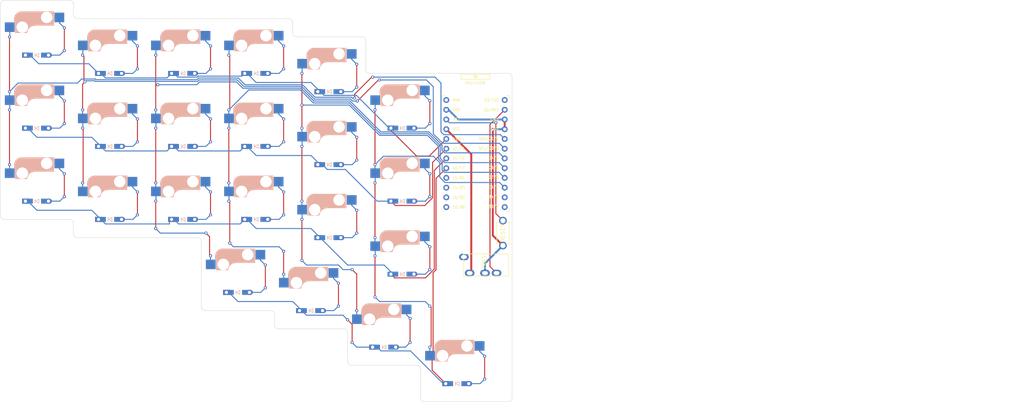
<source format=kicad_pcb>
(kicad_pcb (version 20221018) (generator pcbnew)
  (layers (0 "F.Cu" signal) (31 "B.Cu" signal) (34 "B.Paste" user) (35 "F.Paste" user) (36 "B.SilkS" user "B.Silkscreen") (37 "F.SilkS" user "F.Silkscreen") (38 "B.Mask" user) (39 "F.Mask" user) (44 "Edge.Cuts" user))
  (net 0 "")
  (net 1 "ROW1")
  (net 2 "Net-(D1-A)")
  (net 3 "Net-(D2-A)")
  (net 4 "Net-(D3-A)")
  (net 5 "Net-(D4-A)")
  (net 6 "Net-(D5-A)")
  (net 7 "Net-(D6-A)")
  (net 8 "ROW2")
  (net 9 "Net-(D7-A)")
  (net 10 "Net-(D8-A)")
  (net 11 "Net-(D9-A)")
  (net 12 "Net-(D10-A)")
  (net 13 "Net-(D11-A)")
  (net 14 "Net-(D12-A)")
  (net 15 "ROW3")
  (net 16 "Net-(D13-A)")
  (net 17 "Net-(D14-A)")
  (net 18 "Net-(D15-A)")
  (net 19 "Net-(D16-A)")
  (net 20 "Net-(D17-A)")
  (net 21 "Net-(D18-A)")
  (net 22 "ROW4")
  (net 23 "Net-(D19-A)")
  (net 24 "Net-(D20-A)")
  (net 25 "Net-(D21-A)")
  (net 26 "Net-(D22-A)")
  (net 27 "DATA")
  (net 28 "GND")
  (net 29 "VCC")
  (net 31 "RESET")
  (net 32 "COL1")
  (net 33 "COL2")
  (net 34 "COL3")
  (net 35 "COL4")
  (net 36 "COL5")
  (net 37 "COL6")
  (footprint "kbd:CherryMX_Hotswap" (layer "F.Cu") (at 123.825 50.00625)
    (fp_text reference "SW6" hide)
    (fp_text value "SW_PUSH" hide)
  )
  (footprint "kbd:CherryMX_Hotswap" (layer "F.Cu") (at 47.625 54.76875)
    (fp_text reference "SW8" hide)
    (fp_text value "SW_PUSH" hide)
  )
  (footprint "kbd:CherryMX_Hotswap" (layer "F.Cu") (at 123.825 88.10625)
    (fp_text reference "SW18" hide)
    (fp_text value "SW_PUSH" hide)
  )
  (footprint "kbd:CherryMX_Hotswap" (layer "F.Cu") (at 119.0625 107.15625)
    (fp_text reference "SW21" hide)
    (fp_text value "SW_PUSH" hide)
  )
  (footprint "kbd:ProMicro_v3" (layer "F.Cu") (at 142.875 61.9125)
    (fp_text reference "U1" hide)
    (fp_text value "ProMicro" hide)
  )
  (footprint "kbd:CherryMX_Hotswap" (layer "F.Cu") (at 138.1125 116.68125)
    (fp_text reference "SW22" hide)
    (fp_text value "SW_PUSH" hide)
  )
  (footprint "kbd:CherryMX_Hotswap" (layer "F.Cu") (at 104.775 78.58125)
    (fp_text reference "SW17" hide)
    (fp_text value "SW_PUSH" hide)
  )
  (footprint "kbd:CherryMX_Hotswap" (layer "F.Cu") (at 80.9625 92.86875)
    (fp_text reference "SW19" hide)
    (fp_text value "SW_PUSH" hide)
  )
  (footprint "kbd:spacer_m2" (layer "F.Cu") (at 38.1 40.48125)
    (fp_text reference "Ref**" hide)
    (fp_text value "Val**" hide)
  )
  (footprint "kbd:spacer_m2" (layer "F.Cu") (at 76.2 83.34375)
    (fp_text reference "Ref**" hide)
    (fp_text value "Val**" hide)
  )
  (footprint "kbd:CherryMX_Hotswap" (layer "F.Cu") (at 28.575 30.95625)
    (fp_text reference "SW1" hide)
    (fp_text value "SW_PUSH" hide)
  )
  (footprint "kbd:spacer_m2" (layer "F.Cu") (at 38.1 64.29375)
    (fp_text reference "Ref**" hide)
    (fp_text value "Val**" hide)
  )
  (footprint "kbd:CherryMX_Hotswap" (layer "F.Cu") (at 66.675 35.71875)
    (fp_text reference "SW3" hide)
    (fp_text value "SW_PUSH" hide)
  )
  (footprint "kbd:CherryMX_Hotswap" (layer "F.Cu") (at 47.625 73.81875)
    (fp_text reference "SW14" hide)
    (fp_text value "SW_PUSH" hide)
  )
  (footprint "kbd:CherryMX_Hotswap" (layer "F.Cu") (at 85.725 54.76875)
    (fp_text reference "SW10" hide)
    (fp_text value "SW_PUSH" hide)
  )
  (footprint "kbd:ResetSW_1side" (layer "F.Cu") (at 150.01875 82.153125 90)
    (fp_text reference "RESW1" hide)
    (fp_text value "SW_RESET")
  )
  (footprint "kbd:CherryMX_Hotswap" (layer "F.Cu") (at 85.725 73.81875)
    (fp_text reference "SW16" hide)
    (fp_text value "SW_PUSH" hide)
  )
  (footprint "kbd:CherryMX_Hotswap" (layer "F.Cu") (at 104.775 40.48125)
    (fp_text reference "SW5" hide)
    (fp_text value "SW_PUSH" hide)
  )
  (footprint "kbd:CherryMX_Hotswap" (layer "F.Cu") (at 100.0125 97.63125)
    (fp_text reference "SW20" hide)
    (fp_text value "SW_PUSH" hide)
  )
  (footprint "kbd:CherryMX_Hotswap" (layer "F.Cu") (at 104.775 59.53125)
    (fp_text reference "SW11" hide)
    (fp_text value "SW_PUSH" hide)
  )
  (footprint "kbd:MJ-4PP-9_1side" (layer "F.Cu") (at 151.65625 90.4875 -90)
    (fp_text reference "J1")
    (fp_text value "MJ-4PP-9" hide)
  )
  (footprint "kbd:spacer_m2" (layer "F.Cu") (at 128.5875 59.53125)
    (fp_text reference "Ref**" hide)
    (fp_text value "Val**" hide)
  )
  (footprint "kbd:CherryMX_Hotswap" (layer "F.Cu") (at 66.675 54.76875)
    (fp_text reference "SW9" hide)
    (fp_text value "SW_PUSH" hide)
  )
  (footprint "kbd:CherryMX_Hotswap" (layer "F.Cu") (at 123.825 69.05625)
    (fp_text reference "SW12" hide)
    (fp_text value "SW_PUSH" hide)
  )
  (footprint "kbd:spacer_m2" (layer "F.Cu") (at 128.5875 107.15625)
    (fp_text reference "Ref**" hide)
    (fp_text value "Val**" hide)
  )
  (footprint "kbd:CherryMX_Hotswap" (layer "F.Cu") (at 85.725 35.71875)
    (fp_text reference "SW4" hide)
    (fp_text value "SW_PUSH" hide)
  )
  (footprint "kbd:CherryMX_Hotswap" (layer "F.Cu") (at 28.575 69.05625)
    (fp_text reference "SW13" hide)
    (fp_text value "SW_PUSH" hide)
  )
  (footprint "kbd:spacer_m2" (layer "F.Cu") (at 76.2 45.24375)
    (fp_text reference "Ref**" hide)
    (fp_text value "Val**" hide)
  )
  (footprint "kbd:CherryMX_Hotswap" (layer "F.Cu") (at 66.675 73.81875)
    (fp_text reference "SW15" hide)
    (fp_text value "SW_PUSH" hide)
  )
  (footprint "kbd:CherryMX_Hotswap" (layer "F.Cu") (at 28.575 50.00625)
    (fp_text reference "SW7" hide)
    (fp_text value "SW_PUSH" hide)
  )
  (footprint "kbd:CherryMX_Hotswap" (layer "F.Cu") (at 47.625 35.71875)
    (fp_text reference "SW2" hide)
    (fp_text value "SW_PUSH" hide)
  )
  (footprint "kbd:D3_TH_SMD_v2" (layer "B.Cu") (at 28.575 54.76875)
    (fp_text reference "D7" hide)
    (fp_text value "1N4148W" hide)
  )
  (footprint "kbd:D3_TH_SMD_v2" (layer "B.Cu") (at 66.675 59.53125)
    (fp_text reference "D9" hide)
    (fp_text value "1N4148W" hide)
  )
  (footprint "kbd:D3_TH_SMD_v2" (layer "B.Cu") (at 85.725 40.48125)
    (fp_text reference "D4" hide)
    (fp_text value "1N4148W" hide)
  )
  (footprint "kbd:D3_TH_SMD_v2" (layer "B.Cu") (at 123.825 92.86875)
    (fp_text reference "D18" hide)
    (fp_text value "1N4148W" hide)
  )
  (footprint "kbd:D3_TH_SMD_v2" (layer "B.Cu") (at 66.675 40.48125)
    (fp_text reference "D3" hide)
    (fp_text value "1N4148W" hide)
  )
  (footprint "kbd:D3_TH_SMD_v2" (layer "B.Cu") (at 66.675 78.58125)
    (fp_text reference "D15" hide)
    (fp_text value "1N4148W" hide)
  )
  (footprint "kbd:D3_TH_SMD_v2" (layer "B.Cu") (at 85.725 78.58125)
    (fp_text reference "D16" hide)
    (fp_text value "1N4148W" hide)
  )
  (footprint "kbd:D3_TH_SMD_v2" (layer "B.Cu") (at 80.9625 97.63125)
    (fp_text reference "D19" hide)
    (fp_text value "1N4148W" hide)
  )
  (footprint "kbd:D3_TH_SMD_v2" (layer "B.Cu") (at 47.625 78.58125)
    (fp_text reference "D14" hide)
    (fp_text value "1N4148W" hide)
  )
  (footprint "kbd:D3_TH_SMD_v2" (layer "B.Cu") (at 123.825 73.81875)
    (fp_text reference "D12" hide)
    (fp_text value "1N4148W" hide)
  )
  (footprint "kbd:D3_TH_SMD_v2" (layer "B.Cu") (at 104.775 83.34375)
    (fp_text reference "D17" hide)
    (fp_text value "1N4148W" hide)
  )
  (footprint "kbd:D3_TH_SMD_v2" (layer "B.Cu") (at 28.575 73.81875)
    (fp_text reference "D13" hide)
    (fp_text value "1N4148W" hide)
  )
  (footprint "kbd:D3_TH_SMD_v2" (layer "B.Cu") (at 123.825 54.76875)
    (fp_text reference "D6" hide)
    (fp_text value "1N4148W" hide)
  )
  (footprint "kbd:D3_TH_SMD_v2" (layer "B.Cu") (at 47.625 40.48125)
    (fp_text reference "D2" hide)
    (fp_text value "1N4148W" hide)
  )
  (footprint "kbd:D3_TH_SMD_v2" (layer "B.Cu") (at 100.0125 102.39375)
    (fp_text reference "D20" hide)
    (fp_text value "1N4148W" hide)
  )
  (footprint "kbd:D3_TH_SMD_v2" (layer "B.Cu") (at 85.725 59.53125)
    (fp_text reference "D10" hide)
    (fp_text value "1N4148W" hide)
  )
  (footprint "kbd:D3_TH_SMD_v2" (layer "B.Cu") (at 104.775 64.29375)
    (fp_text reference "D11" hide)
    (fp_text value "1N4148W" hide)
  )
  (footprint "kbd:D3_TH_SMD_v2" (layer "B.Cu") (at 104.775 45.24375)
    (fp_text reference "D5" hide)
    (fp_text value "1N4148W" hide)
  )
  (footprint "kbd:D3_TH_SMD_v2" (layer "B.Cu") (at 47.625 59.53125)
    (fp_text reference "D8" hide)
    (fp_text value "1N4148W" hide)
  )
  (footprint "kbd:D3_TH_SMD_v2" (layer "B.Cu") (at 119.0625 111.91875)
    (fp_text reference "D21" hide)
    (fp_text value "1N4148W" hide)
  )
  (footprint "kbd:D3_TH_SMD_v2" (layer "B.Cu") (at 28.575 35.71875)
    (fp_text reference "D1" hide)
    (fp_text value "1N4148W" hide)
  )
  (footprint "kbd:D3_TH_SMD_v2" (layer "B.Cu") (at 138.1125 121.44375)
    (fp_text reference "D22" hide)
    (fp_text value "1N4148W" hide)
  )
  (gr_arc (start 20.05 78.58125) (mid 19.342893 78.288357) (end 19.05 77.58125) (stroke (width 0.1)) (layer "Edge.Cuts"))
  (gr_line (start 38.1 79.58125) (end 38.1 82.34375) (stroke (width 0.1)) (layer "Edge.Cuts"))
  (gr_arc (start 110.5375 116.68125) (mid 109.830393 116.388357) (end 109.5375 115.68125) (stroke (width 0.1)) (layer "Edge.Cuts"))
  (gr_line (start 114.3 31.95625) (end 114.3 39.48125) (stroke (width 0.1)) (layer "Edge.Cuts"))
  (gr_line (start 91.4875 107.15625) (end 108.5375 107.15625) (stroke (width 0.1)) (layer "Edge.Cuts"))
  (gr_arc (start 72.4375 102.39375) (mid 71.730411 102.100854) (end 71.4375 101.39375) (stroke (width 0.1)) (layer "Edge.Cuts"))
  (gr_line (start 90.4875 103.39375) (end 90.4875 106.15625) (stroke (width 0.1)) (layer "Edge.Cuts"))
  (gr_line (start 20.05 78.58125) (end 37.1 78.58125) (stroke (width 0.1)) (layer "Edge.Cuts"))
  (gr_line (start 39.1 26.19375) (end 94.25 26.19375) (stroke (width 0.1)) (layer "Edge.Cuts"))
  (gr_line (start 37.1 21.43125) (end 20.05 21.43125) (stroke (width 0.1)) (layer "Edge.Cuts"))
  (gr_arc (start 108.5375 107.15625) (mid 109.244607 107.449143) (end 109.5375 108.15625) (stroke (width 0.1)) (layer "Edge.Cuts"))
  (gr_line (start 109.5375 108.15625) (end 109.5375 115.68125) (stroke (width 0.1)) (layer "Edge.Cuts"))
  (gr_line (start 38.1 22.43125) (end 38.1 25.19375) (stroke (width 0.1)) (layer "Edge.Cuts"))
  (gr_arc (start 37.1 21.43125) (mid 37.807089 21.724146) (end 38.1 22.43125) (stroke (width 0.1)) (layer "Edge.Cuts"))
  (gr_line (start 95.25 27.19375) (end 95.25 29.95625) (stroke (width 0.1)) (layer "Edge.Cuts"))
  (gr_arc (start 152.4 125.20625) (mid 152.107124 125.913389) (end 151.4 126.20625) (stroke (width 0.1)) (layer "Edge.Cuts"))
  (gr_line (start 39.1 83.34375) (end 70.4375 83.34375) (stroke (width 0.1)) (layer "Edge.Cuts"))
  (gr_line (start 128.5875 117.68125) (end 128.5875 125.20625) (stroke (width 0.1)) (layer "Edge.Cuts"))
  (gr_arc (start 91.4875 107.15625) (mid 90.780393 106.863357) (end 90.4875 106.15625) (stroke (width 0.1)) (layer "Edge.Cuts"))
  (gr_line (start 96.25 30.95625) (end 113.3 30.95625) (stroke (width 0.1)) (layer "Edge.Cuts"))
  (gr_arc (start 127.5875 116.68125) (mid 128.294607 116.974143) (end 128.5875 117.68125) (stroke (width 0.1)) (layer "Edge.Cuts"))
  (gr_line (start 72.4375 102.39375) (end 89.4875 102.39375) (stroke (width 0.1)) (layer "Edge.Cuts"))
  (gr_arc (start 39.1 83.34375) (mid 38.392893 83.050857) (end 38.1 82.34375) (stroke (width 0.1)) (layer "Edge.Cuts"))
  (gr_arc (start 129.5875 126.20625) (mid 128.880393 125.913357) (end 128.5875 125.20625) (stroke (width 0.1)) (layer "Edge.Cuts"))
  (gr_arc (start 89.4875 102.39375) (mid 90.194607 102.686643) (end 90.4875 103.39375) (stroke (width 0.1)) (layer "Edge.Cuts"))
  (gr_line (start 115.3 40.48125) (end 151.4 40.48125) (stroke (width 0.1)) (layer "Edge.Cuts"))
  (gr_arc (start 96.25 30.95625) (mid 95.542893 30.663357) (end 95.25 29.95625) (stroke (width 0.1)) (layer "Edge.Cuts"))
  (gr_line (start 110.5375 116.68125) (end 127.5875 116.68125) (stroke (width 0.1)) (layer "Edge.Cuts"))
  (gr_arc (start 151.4 40.48125) (mid 152.107107 40.774143) (end 152.4 41.48125) (stroke (width 0.1)) (layer "Edge.Cuts"))
  (gr_arc (start 39.1 26.19375) (mid 38.392893 25.900857) (end 38.1 25.19375) (stroke (width 0.1)) (layer "Edge.Cuts"))
  (gr_line (start 71.4375 84.34375) (end 71.4375 101.39375) (stroke (width 0.1)) (layer "Edge.Cuts"))
  (gr_arc (start 19.05 22.43125) (mid 19.342876 21.724111) (end 20.05 21.43125) (stroke (width 0.1)) (layer "Edge.Cuts"))
  (gr_arc (start 115.3 40.48125) (mid 114.592911 40.188354) (end 114.3 39.48125) (stroke (width 0.1)) (layer "Edge.Cuts"))
  (gr_line (start 129.5875 126.20625) (end 151.4 126.20625) (stroke (width 0.1)) (layer "Edge.Cuts"))
  (gr_line (start 19.05 22.43125) (end 19.05 77.58125) (stroke (width 0.1)) (layer "Edge.Cuts"))
  (gr_arc (start 70.4375 83.34375) (mid 71.144607 83.636643) (end 71.4375 84.34375) (stroke (width 0.1)) (layer "Edge.Cuts"))
  (gr_arc (start 37.1 78.58125) (mid 37.807089 78.874146) (end 38.1 79.58125) (stroke (width 0.1)) (layer "Edge.Cuts"))
  (gr_arc (start 113.3 30.95625) (mid 114.007089 31.249146) (end 114.3 31.95625) (stroke (width 0.1)) (layer "Edge.Cuts"))
  (gr_arc (start 94.25 26.19375) (mid 94.957107 26.486643) (end 95.25 27.19375) (stroke (width 0.1)) (layer "Edge.Cuts"))
  (gr_line (start 152.4 125.20625) (end 152.4 41.48125) (stroke (width 0.1)) (layer "Edge.Cuts"))
  (segment (start 135.2664 57.5945) (end 130.80465 62.05625) (width 0.25) (layer "F.Cu") (net 1))
  (segment (start 127.541611 62.05625) (end 120.825 55.339639) (width 0.25) (layer "F.Cu") (net 1))
  (segment (start 120.825 55.339639) (end 120.825 54.76875) (width 0.25) (layer "F.Cu") (net 1))
  (segment (start 130.80465 62.05625) (end 127.541611 62.05625) (width 0.25) (layer "F.Cu") (net 1))
  (segment (start 82 41.20625) (end 82.725 40.48125) (width 0.25) (layer "B.Cu") (net 1))
  (segment (start 64.9 40.48125) (end 64.9 41.0875) (width 0.25) (layer "B.Cu") (net 1))
  (segment (start 103 45.85) (end 103.36875 46.21875) (width 0.25) (layer "B.Cu") (net 1))
  (segment (start 103 45.24375) (end 103 45.85) (width 0.25) (layer "B.Cu") (net 1))
  (segment (start 65.26875 41.45625) (end 70.317858 41.45625) (width 0.25) (layer "B.Cu") (net 1))
  (segment (start 100.0125 42.8625) (end 101.775 44.625) (width 0.25) (layer "B.Cu") (net 1))
  (segment (start 42.1 37.95625) (end 44.625 40.48125) (width 0.25) (layer "B.Cu") (net 1))
  (segment (start 101.775 44.625) (end 101.775 45.24375) (width 0.25) (layer "B.Cu") (net 1))
  (segment (start 108.430358 46.20625) (end 111.825 46.20625) (width 0.25) (layer "B.Cu") (net 1))
  (segment (start 70.567858 41.20625) (end 82 41.20625) (width 0.25) (layer "B.Cu") (net 1))
  (segment (start 45.85 40.48125) (end 45.85 41.0875) (width 0.25) (layer "B.Cu") (net 1))
  (segment (start 62.484375 41.671875) (end 63.675 40.48125) (width 0.25) (layer "B.Cu") (net 1))
  (segment (start 108.417858 46.21875) (end 108.430358 46.20625) (width 0.25) (layer "B.Cu") (net 1))
  (segment (start 45.85 41.0875) (end 46.434375 41.671875) (width 0.25) (layer "B.Cu") (net 1))
  (segment (start 83.95 41.0875) (end 85.725 42.8625) (width 0.25) (layer "B.Cu") (net 1))
  (segment (start 64.9 41.0875) (end 65.26875 41.45625) (width 0.25) (layer "B.Cu") (net 1))
  (segment (start 26.8 35.71875) (end 29.0375 37.95625) (width 0.25) (layer "B.Cu") (net 1))
  (segment (start 46.434375 41.671875) (end 62.484375 41.671875) (width 0.25) (layer "B.Cu") (net 1))
  (segment (start 70.317858 41.45625) (end 70.567858 41.20625) (width 0.25) (layer "B.Cu") (net 1))
  (segment (start 103.36875 46.21875) (end 108.417858 46.21875) (width 0.25) (layer "B.Cu") (net 1))
  (segment (start 83.95 40.48125) (end 83.95 41.0875) (width 0.25) (layer "B.Cu") (net 1))
  (segment (start 111.825 46.20625) (end 120.3875 54.76875) (width 0.25) (layer "B.Cu") (net 1))
  (segment (start 120.3875 54.76875) (end 120.825 54.76875) (width 0.25) (layer "B.Cu") (net 1))
  (segment (start 29.0375 37.95625) (end 42.1 37.95625) (width 0.25) (layer "B.Cu") (net 1))
  (segment (start 85.725 42.8625) (end 100.0125 42.8625) (width 0.25) (layer "B.Cu") (net 1))
  (segment (start 35.71875 28.575) (end 35.71875 34.528125) (width 0.25) (layer "F.Cu") (net 2))
  (via (at 35.71875 28.575) (size 0.8) (drill 0.4) (layers "F.Cu" "B.Cu") (net 2))
  (via (at 35.71875 34.528125) (size 0.8) (drill 0.4) (layers "F.Cu" "B.Cu") (net 2))
  (segment (start 34.528125 27.384375) (end 35.71875 28.575) (width 0.25) (layer "B.Cu") (net 2))
  (segment (start 34.417 25.87625) (end 34.417 27.27325) (width 0.25) (layer "B.Cu") (net 2))
  (segment (start 35.71875 34.528125) (end 34.528125 35.71875) (width 0.25) (layer "B.Cu") (net 2))
  (segment (start 34.417 27.27325) (end 34.528125 27.384375) (width 0.25) (layer "B.Cu") (net 2))
  (segment (start 34.528125 35.71875) (end 31.575 35.71875) (width 0.25) (layer "B.Cu") (net 2))
  (segment (start 54.76875 33.3375) (end 54.76875 39.290625) (width 0.25) (layer "F.Cu") (net 3))
  (via (at 54.76875 39.290625) (size 0.8) (drill 0.4) (layers "F.Cu" "B.Cu") (net 3))
  (via (at 54.76875 33.3375) (size 0.8) (drill 0.4) (layers "F.Cu" "B.Cu") (net 3))
  (segment (start 53.578125 40.48125) (end 50.625 40.48125) (width 0.25) (layer "B.Cu") (net 3))
  (segment (start 53.578125 32.146875) (end 54.76875 33.3375) (width 0.25) (layer "B.Cu") (net 3))
  (segment (start 53.467 32.03575) (end 53.578125 32.146875) (width 0.25) (layer "B.Cu") (net 3))
  (segment (start 53.467 30.63875) (end 53.467 32.03575) (width 0.25) (layer "B.Cu") (net 3))
  (segment (start 54.76875 39.290625) (end 53.578125 40.48125) (width 0.25) (layer "B.Cu") (net 3))
  (segment (start 73.81875 33.3375) (end 73.81875 39.290625) (width 0.25) (layer "F.Cu") (net 4))
  (via (at 73.81875 33.3375) (size 0.8) (drill 0.4) (layers "F.Cu" "B.Cu") (net 4))
  (via (at 73.81875 39.290625) (size 0.8) (drill 0.4) (layers "F.Cu" "B.Cu") (net 4))
  (segment (start 72.628125 40.48125) (end 69.675 40.48125) (width 0.25) (layer "B.Cu") (net 4))
  (segment (start 72.517 30.63875) (end 72.517 32.03575) (width 0.25) (layer "B.Cu") (net 4))
  (segment (start 73.81875 39.290625) (end 72.628125 40.48125) (width 0.25) (layer "B.Cu") (net 4))
  (segment (start 72.517 32.03575) (end 72.628125 32.146875) (width 0.25) (layer "B.Cu") (net 4))
  (segment (start 72.628125 32.146875) (end 73.81875 33.3375) (width 0.25) (layer "B.Cu") (net 4))
  (segment (start 92.86875 33.3375) (end 92.86875 39.290625) (width 0.25) (layer "F.Cu") (net 5))
  (via (at 92.86875 39.290625) (size 0.8) (drill 0.4) (layers "F.Cu" "B.Cu") (net 5))
  (via (at 92.86875 33.3375) (size 0.8) (drill 0.4) (layers "F.Cu" "B.Cu") (net 5))
  (segment (start 92.86875 39.290625) (end 91.678125 40.48125) (width 0.25) (layer "B.Cu") (net 5))
  (segment (start 91.678125 32.146875) (end 92.86875 33.3375) (width 0.25) (layer "B.Cu") (net 5))
  (segment (start 91.678125 40.48125) (end 88.725 40.48125) (width 0.25) (layer "B.Cu") (net 5))
  (segment (start 91.567 32.03575) (end 91.678125 32.146875) (width 0.25) (layer "B.Cu") (net 5))
  (segment (start 91.567 30.63875) (end 91.567 32.03575) (width 0.25) (layer "B.Cu") (net 5))
  (segment (start 111.91875 38.1) (end 111.91875 44.053125) (width 0.25) (layer "F.Cu") (net 6))
  (via (at 111.91875 38.1) (size 0.8) (drill 0.4) (layers "F.Cu" "B.Cu") (net 6))
  (via (at 111.91875 44.053125) (size 0.8) (drill 0.4) (layers "F.Cu" "B.Cu") (net 6))
  (segment (start 110.728125 36.909375) (end 111.91875 38.1) (width 0.25) (layer "B.Cu") (net 6))
  (segment (start 110.728125 45.24375) (end 107.775 45.24375) (width 0.25) (layer "B.Cu") (net 6))
  (segment (start 110.617 36.79825) (end 110.728125 36.909375) (width 0.25) (layer "B.Cu") (net 6))
  (segment (start 111.91875 44.053125) (end 110.728125 45.24375) (width 0.25) (layer "B.Cu") (net 6))
  (segment (start 110.617 35.40125) (end 110.617 36.79825) (width 0.25) (layer "B.Cu") (net 6))
  (segment (start 130.96875 47.625) (end 130.96875 53.578125) (width 0.25) (layer "F.Cu") (net 7))
  (via (at 130.96875 47.625) (size 0.8) (drill 0.4) (layers "F.Cu" "B.Cu") (net 7))
  (via (at 130.96875 53.578125) (size 0.8) (drill 0.4) (layers "F.Cu" "B.Cu") (net 7))
  (segment (start 130.96875 53.578125) (end 129.778125 54.76875) (width 0.25) (layer "B.Cu") (net 7))
  (segment (start 129.778125 46.434375) (end 130.96875 47.625) (width 0.25) (layer "B.Cu") (net 7))
  (segment (start 129.667 46.32325) (end 129.778125 46.434375) (width 0.25) (layer "B.Cu") (net 7))
  (segment (start 129.778125 54.76875) (end 126.825 54.76875) (width 0.25) (layer "B.Cu") (net 7))
  (segment (start 129.667 44.92625) (end 129.667 46.32325) (width 0.25) (layer "B.Cu") (net 7))
  (segment (start 131.69375 63.70715) (end 131.69375 72.92843) (width 0.25) (layer "F.Cu") (net 8))
  (segment (start 121.9625 74.95625) (end 120.825 73.81875) (width 0.25) (layer "F.Cu") (net 8))
  (segment (start 129.66593 74.95625) (end 121.9625 74.95625) (width 0.25) (layer "F.Cu") (net 8))
  (segment (start 135.2664 60.1345) (end 131.69375 63.70715) (width 0.25) (layer "F.Cu") (net 8))
  (segment (start 131.69375 72.92843) (end 129.66593 74.95625) (width 0.25) (layer "F.Cu") (net 8))
  (segment (start 83.95 59.53125) (end 83.95 60.1375) (width 0.25) (layer "B.Cu") (net 8))
  (segment (start 64.9 60.1375) (end 65.484375 60.721875) (width 0.25) (layer "B.Cu") (net 8))
  (segment (start 45.85 60.1375) (end 46.434375 60.721875) (width 0.25) (layer "B.Cu") (net 8))
  (segment (start 65.484375 60.721875) (end 81.534375 60.721875) (width 0.25) (layer "B.Cu") (net 8))
  (segment (start 108.975 65.55625) (end 117.2375 73.81875) (width 0.25) (layer "B.Cu") (net 8))
  (segment (start 104.2625 65.55625) (end 108.975 65.55625) (width 0.25) (layer "B.Cu") (net 8))
  (segment (start 26.8 54.76875) (end 26.8 55.375) (width 0.25) (layer "B.Cu") (net 8))
  (segment (start 42.8625 57.15) (end 44.625 58.9125) (width 0.25) (layer "B.Cu") (net 8))
  (segment (start 46.434375 60.721875) (end 62.484375 60.721875) (width 0.25) (layer "B.Cu") (net 8))
  (segment (start 81.534375 60.721875) (end 82.725 59.53125) (width 0.25) (layer "B.Cu") (net 8))
  (segment (start 26.8 55.375) (end 28.575 57.15) (width 0.25) (layer "B.Cu") (net 8))
  (segment (start 117.2375 73.81875) (end 120.825 73.81875) (width 0.25) (layer "B.Cu") (net 8))
  (segment (start 101.775 63.675) (end 101.775 64.29375) (width 0.25) (layer "B.Cu") (net 8))
  (segment (start 103 64.29375) (end 104.2625 65.55625) (width 0.25) (layer "B.Cu") (net 8))
  (segment (start 28.575 57.15) (end 42.8625 57.15) (width 0.25) (layer "B.Cu") (net 8))
  (segment (start 100.0125 61.9125) (end 101.775 63.675) (width 0.25) (layer "B.Cu") (net 8))
  (segment (start 64.9 59.53125) (end 64.9 60.1375) (width 0.25) (layer "B.Cu") (net 8))
  (segment (start 85.725 61.9125) (end 100.0125 61.9125) (width 0.25) (layer "B.Cu") (net 8))
  (segment (start 44.625 58.9125) (end 44.625 59.53125) (width 0.25) (layer "B.Cu") (net 8))
  (segment (start 83.95 60.1375) (end 85.725 61.9125) (width 0.25) (layer "B.Cu") (net 8))
  (segment (start 45.85 59.53125) (end 45.85 60.1375) (width 0.25) (layer "B.Cu") (net 8))
  (segment (start 62.484375 60.721875) (end 63.675 59.53125) (width 0.25) (layer "B.Cu") (net 8))
  (segment (start 35.71875 47.625) (end 35.71875 53.578125) (width 0.25) (layer "F.Cu") (net 9))
  (via (at 35.71875 47.625) (size 0.8) (drill 0.4) (layers "F.Cu" "B.Cu") (net 9))
  (via (at 35.71875 53.578125) (size 0.8) (drill 0.4) (layers "F.Cu" "B.Cu") (net 9))
  (segment (start 34.528125 54.76875) (end 30.35 54.76875) (width 0.25) (layer "B.Cu") (net 9))
  (segment (start 34.417 46.32325) (end 34.528125 46.434375) (width 0.25) (layer "B.Cu") (net 9))
  (segment (start 34.417 44.92625) (end 34.417 46.32325) (width 0.25) (layer "B.Cu") (net 9))
  (segment (start 35.71875 53.578125) (end 34.528125 54.76875) (width 0.25) (layer "B.Cu") (net 9))
  (segment (start 34.528125 46.434375) (end 35.71875 47.625) (width 0.25) (layer "B.Cu") (net 9))
  (segment (start 54.76875 52.3875) (end 54.76875 58.340625) (width 0.25) (layer "F.Cu") (net 10))
  (via (at 54.76875 52.3875) (size 0.8) (drill 0.4) (layers "F.Cu" "B.Cu") (net 10))
  (via (at 54.76875 58.340625) (size 0.8) (drill 0.4) (layers "F.Cu" "B.Cu") (net 10))
  (segment (start 53.578125 51.196875) (end 54.76875 52.3875) (width 0.25) (layer "B.Cu") (net 10))
  (segment (start 53.578125 59.53125) (end 50.625 59.53125) (width 0.25) (layer "B.Cu") (net 10))
  (segment (start 53.467 51.08575) (end 53.578125 51.196875) (width 0.25) (layer "B.Cu") (net 10))
  (segment (start 54.76875 58.340625) (end 53.578125 59.53125) (width 0.25) (layer "B.Cu") (net 10))
  (segment (start 53.467 49.68875) (end 53.467 51.08575) (width 0.25) (layer "B.Cu") (net 10))
  (segment (start 73.81875 52.3875) (end 73.81875 58.340625) (width 0.25) (layer "F.Cu") (net 11))
  (via (at 73.81875 52.3875) (size 0.8) (drill 0.4) (layers "F.Cu" "B.Cu") (net 11))
  (via (at 73.81875 58.340625) (size 0.8) (drill 0.4) (layers "F.Cu" "B.Cu") (net 11))
  (segment (start 72.628125 59.53125) (end 69.675 59.53125) (width 0.25) (layer "B.Cu") (net 11))
  (segment (start 72.517 51.08575) (end 72.628125 51.196875) (width 0.25) (layer "B.Cu") (net 11))
  (segment (start 73.81875 58.340625) (end 72.628125 59.53125) (width 0.25) (layer "B.Cu") (net 11))
  (segment (start 72.517 49.68875) (end 72.517 51.08575) (width 0.25) (layer "B.Cu") (net 11))
  (segment (start 72.628125 51.196875) (end 73.81875 52.3875) (width 0.25) (layer "B.Cu") (net 11))
  (segment (start 92.86875 52.3875) (end 92.86875 58.340625) (width 0.25) (layer "F.Cu") (net 12))
  (via (at 92.86875 52.3875) (size 0.8) (drill 0.4) (layers "F.Cu" "B.Cu") (net 12))
  (via (at 92.86875 58.340625) (size 0.8) (drill 0.4) (layers "F.Cu" "B.Cu") (net 12))
  (segment (start 92.86875 58.340625) (end 91.678125 59.53125) (width 0.25) (layer "B.Cu") (net 12))
  (segment (start 91.567 51.08575) (end 91.678125 51.196875) (width 0.25) (layer "B.Cu") (net 12))
  (segment (start 91.678125 51.196875) (end 92.86875 52.3875) (width 0.25) (layer "B.Cu") (net 12))
  (segment (start 91.567 49.68875) (end 91.567 51.08575) (width 0.25) (layer "B.Cu") (net 12))
  (segment (start 91.678125 59.53125) (end 88.725 59.53125) (width 0.25) (layer "B.Cu") (net 12))
  (segment (start 111.91875 57.15) (end 111.91875 63.103125) (width 0.25) (layer "F.Cu") (net 13))
  (via (at 111.91875 63.103125) (size 0.8) (drill 0.4) (layers "F.Cu" "B.Cu") (net 13))
  (via (at 111.91875 57.15) (size 0.8) (drill 0.4) (layers "F.Cu" "B.Cu") (net 13))
  (segment (start 110.617 55.84825) (end 110.728125 55.959375) (width 0.25) (layer "B.Cu") (net 13))
  (segment (start 110.617 54.45125) (end 110.617 55.84825) (width 0.25) (layer "B.Cu") (net 13))
  (segment (start 111.91875 63.103125) (end 110.728125 64.29375) (width 0.25) (layer "B.Cu") (net 13))
  (segment (start 110.728125 64.29375) (end 107.775 64.29375) (width 0.25) (layer "B.Cu") (net 13))
  (segment (start 110.728125 55.959375) (end 111.91875 57.15) (width 0.25) (layer "B.Cu") (net 13))
  (segment (start 130.96875 66.675) (end 130.96875 72.628125) (width 0.25) (layer "F.Cu") (net 14))
  (via (at 130.96875 72.628125) (size 0.8) (drill 0.4) (layers "F.Cu" "B.Cu") (net 14))
  (via (at 130.96875 66.675) (size 0.8) (drill 0.4) (layers "F.Cu" "B.Cu") (net 14))
  (segment (start 130.96875 72.628125) (end 129.778125 73.81875) (width 0.25) (layer "B.Cu") (net 14))
  (segment (start 129.778125 65.484375) (end 130.96875 66.675) (width 0.25) (layer "B.Cu") (net 14))
  (segment (start 129.667 65.37325) (end 129.778125 65.484375) (width 0.25) (layer "B.Cu") (net 14))
  (segment (start 129.667 63.97625) (end 129.667 65.37325) (width 0.25) (layer "B.Cu") (net 14))
  (segment (start 129.778125 73.81875) (end 126.825 73.81875) (width 0.25) (layer "B.Cu") (net 14))
  (segment (start 121.8 93.84375) (end 120.825 92.86875) (width 0.25) (layer "F.Cu") (net 15))
  (segment (start 135.2664 62.6745) (end 132.14375 65.79715) (width 0.25) (layer "F.Cu") (net 15))
  (segment (start 132.14375 65.79715) (end 132.14375 91.52843) (width 0.25) (layer "F.Cu") (net 15))
  (segment (start 132.14375 91.52843) (end 129.82843 93.84375) (width 0.25) (layer "F.Cu") (net 15))
  (segment (start 129.82843 93.84375) (end 121.8 93.84375) (width 0.25) (layer "F.Cu") (net 15))
  (segment (start 65.484375 79.771875) (end 81.534375 79.771875) (width 0.25) (layer "B.Cu") (net 15))
  (segment (start 64.9 78.58125) (end 64.9 79.1875) (width 0.25) (layer "B.Cu") (net 15))
  (segment (start 81.534375 79.771875) (end 82.725 78.58125) (width 0.25) (layer "B.Cu") (net 15))
  (segment (start 42.8625 76.2) (end 44.625 77.9625) (width 0.25) (layer "B.Cu") (net 15))
  (segment (start 85.725 80.9625) (end 100.0125 80.9625) (width 0.25) (layer "B.Cu") (net 15))
  (segment (start 28.575 76.2) (end 42.8625 76.2) (width 0.25) (layer "B.Cu") (net 15))
  (segment (start 44.625 77.9625) (end 44.625 78.58125) (width 0.25) (layer "B.Cu") (net 15))
  (segment (start 109.5375 90.4875) (end 119.0625 90.4875) (width 0.25) (layer "B.Cu") (net 15))
  (segment (start 120.825 92.25) (end 120.825 92.86875) (width 0.25) (layer "B.Cu") (net 15))
  (segment (start 103 83.95) (end 109.5375 90.4875) (width 0.25) (layer "B.Cu") (net 15))
  (segment (start 83.95 78.58125) (end 83.95 79.1875) (width 0.25) (layer "B.Cu") (net 15))
  (segment (start 119.0625 90.4875) (end 120.825 92.25) (width 0.25) (layer "B.Cu") (net 15))
  (segment (start 64.9 79.1875) (end 65.484375 79.771875) (width 0.25) (layer "B.Cu") (net 15))
  (segment (start 45.85 78.58125) (end 45.85 79.1875) (width 0.25) (layer "B.Cu") (net 15))
  (segment (start 46.434375 79.771875) (end 63.103125 79.771875) (width 0.25) (layer "B.Cu") (net 15))
  (segment (start 26.8 74.425) (end 28.575 76.2) (width 0.25) (layer "B.Cu") (net 15))
  (segment (start 103 83.34375) (end 103 83.95) (width 0.25) (layer "B.Cu") (net 15))
  (segment (start 63.103125 79.771875) (end 63.103125 79.153125) (width 0.25) (layer "B.Cu") (net 15))
  (segment (start 83.95 79.1875) (end 85.725 80.9625) (width 0.25) (layer "B.Cu") (net 15))
  (segment (start 63.103125 79.153125) (end 63.675 78.58125) (width 0.25) (layer "B.Cu") (net 15))
  (segment (start 26.8 73.81875) (end 26.8 74.425) (width 0.25) (layer "B.Cu") (net 15))
  (segment (start 45.85 79.1875) (end 46.434375 79.771875) (width 0.25) (layer "B.Cu") (net 15))
  (segment (start 101.775 82.725) (end 101.775 83.34375) (width 0.25) (layer "B.Cu") (net 15))
  (segment (start 100.0125 80.9625) (end 101.775 82.725) (width 0.25) (layer "B.Cu") (net 15))
  (segment (start 35.71875 66.675) (end 35.71875 72.628125) (width 0.25) (layer "F.Cu") (net 16))
  (via (at 35.71875 66.675) (size 0.8) (drill 0.4) (layers "F.Cu" "B.Cu") (net 16))
  (via (at 35.71875 72.628125) (size 0.8) (drill 0.4) (layers "F.Cu" "B.Cu") (net 16))
  (segment (start 34.528125 73.81875) (end 31.575 73.81875) (width 0.25) (layer "B.Cu") (net 16))
  (segment (start 34.417 65.37325) (end 34.528125 65.484375) (width 0.25) (layer "B.Cu") (net 16))
  (segment (start 34.417 63.97625) (end 34.417 65.37325) (width 0.25) (layer "B.Cu") (net 16))
  (segment (start 34.528125 65.484375) (end 35.71875 66.675) (width 0.25) (layer "B.Cu") (net 16))
  (segment (start 35.71875 72.628125) (end 34.528125 73.81875) (width 0.25) (layer "B.Cu") (net 16))
  (segment (start 54.76875 71.4375) (end 54.76875 77.390625) (width 0.25) (layer "F.Cu") (net 17))
  (via (at 54.76875 71.4375) (size 0.8) (drill 0.4) (layers "F.Cu" "B.Cu") (net 17))
  (via (at 54.76875 77.390625) (size 0.8) (drill 0.4) (layers "F.Cu" "B.Cu") (net 17))
  (segment (start 53.467 70.13575) (end 53.578125 70.246875) (width 0.25) (layer "B.Cu") (net 17))
  (segment (start 53.467 68.73875) (end 53.467 70.13575) (width 0.25) (layer "B.Cu") (net 17))
  (segment (start 53.578125 70.246875) (end 54.76875 71.4375) (width 0.25) (layer "B.Cu") (net 17))
  (segment (start 53.578125 78.58125) (end 50.625 78.58125) (width 0.25) (layer "B.Cu") (net 17))
  (segment (start 54.76875 77.390625) (end 53.578125 78.58125) (width 0.25) (layer "B.Cu") (net 17))
  (segment (start 73.81875 71.4375) (end 73.81875 77.390625) (width 0.25) (layer "F.Cu") (net 18))
  (via (at 73.81875 77.390625) (size 0.8) (drill 0.4) (layers "F.Cu" "B.Cu") (net 18))
  (via (at 73.81875 71.4375) (size 0.8) (drill 0.4) (layers "F.Cu" "B.Cu") (net 18))
  (segment (start 72.628125 70.246875) (end 73.81875 71.4375) (width 0.25) (layer "B.Cu") (net 18))
  (segment (start 72.517 70.13575) (end 72.628125 70.246875) (width 0.25) (layer "B.Cu") (net 18))
  (segment (start 73.81875 77.390625) (end 72.628125 78.58125) (width 0.25) (layer "B.Cu") (net 18))
  (segment (start 72.628125 78.58125) (end 69.675 78.58125) (width 0.25) (layer "B.Cu") (net 18))
  (segment (start 72.517 68.73875) (end 72.517 70.13575) (width 0.25) (layer "B.Cu") (net 18))
  (segment (start 92.86875 71.4375) (end 92.86875 77.390625) (width 0.25) (layer "F.Cu") (net 19))
  (via (at 92.86875 77.390625) (size 0.8) (drill 0.4) (layers "F.Cu" "B.Cu") (net 19))
  (via (at 92.86875 71.4375) (size 0.8) (drill 0.4) (layers "F.Cu" "B.Cu") (net 19))
  (segment (start 91.567 68.73875) (end 91.567 70.13575) (width 0.25) (layer "B.Cu") (net 19))
  (segment (start 91.678125 70.246875) (end 92.86875 71.4375) (width 0.25) (layer "B.Cu") (net 19))
  (segment (start 92.86875 77.390625) (end 91.678125 78.58125) (width 0.25) (layer "B.Cu") (net 19))
  (segment (start 91.567 70.13575) (end 91.678125 70.246875) (width 0.25) (layer "B.Cu") (net 19))
  (segment (start 91.678125 78.58125) (end 88.725 78.58125) (width 0.25) (layer "B.Cu") (net 19))
  (segment (start 111.91875 76.2) (end 111.91875 82.153125) (width 0.25) (layer "F.Cu") (net 20))
  (via (at 111.91875 82.153125) (size 0.8) (drill 0.4) (layers "F.Cu" "B.Cu") (net 20))
  (via (at 111.91875 76.2) (size 0.8) (drill 0.4) (layers "F.Cu" "B.Cu") (net 20))
  (segment (start 110.617 74.89825) (end 110.728125 75.009375) (width 0.25) (layer "B.Cu") (net 20))
  (segment (start 111.91875 82.153125) (end 110.728125 83.34375) (width 0.25) (layer "B.Cu") (net 20))
  (segment (start 110.728125 75.009375) (end 111.91875 76.2) (width 0.25) (layer "B.Cu") (net 20))
  (segment (start 110.728125 83.34375) (end 107.775 83.34375) (width 0.25) (layer "B.Cu") (net 20))
  (segment (start 110.617 73.50125) (end 110.617 74.89825) (width 0.25) (layer "B.Cu") (net 20))
  (segment (start 130.96875 85.725) (end 130.96875 91.678125) (width 0.25) (layer "F.Cu") (net 21))
  (via (at 130.96875 91.678125) (size 0.8) (drill 0.4) (layers "F.Cu" "B.Cu") (net 21))
  (via (at 130.96875 85.725) (size 0.8) (drill 0.4) (layers "F.Cu" "B.Cu") (net 21))
  (segment (start 130.96875 91.678125) (end 129.778125 92.86875) (width 0.25) (layer "B.Cu") (net 21))
  (segment (start 129.667 84.42325) (end 129.778125 84.534375) (width 0.25) (layer "B.Cu") (net 21))
  (segment (start 129.778125 92.86875) (end 126.825 92.86875) (width 0.25) (layer "B.Cu") (net 21))
  (segment (start 129.667 83.02625) (end 129.667 84.42325) (width 0.25) (layer "B.Cu") (net 21))
  (segment (start 129.778125 84.534375) (end 130.96875 85.725) (width 0.25) (layer "B.Cu") (net 21))
  (segment (start 110.728125 105.965625) (end 110.728125 110.728125) (width 0.25) (layer "F.Cu") (net 22))
  (segment (start 132.59375 91.714826) (end 131.825 92.483576) (width 0.25) (layer "F.Cu") (net 22))
  (segment (start 131.575 117.90625) (end 135.1125 121.44375) (width 0.25) (layer "F.Cu") (net 22))
  (segment (start 132.59375 67.88715) (end 132.59375 91.714826) (width 0.25) (layer "F.Cu") (net 22))
  (segment (start 131.575 114.2171) (end 131.575 117.90625) (width 0.25) (layer "F.Cu") (net 22))
  (segment (start 131.825 92.483576) (end 131.825 113.9671) (width 0.25) (layer "F.Cu") (net 22))
  (segment (start 135.2664 65.2145) (end 132.59375 67.88715) (width 0.25) (layer "F.Cu") (net 22))
  (segment (start 131.825 113.9671) (end 131.575 114.2171) (width 0.25) (layer "F.Cu") (net 22))
  (segment (start 109.5375 104.775) (end 110.728125 105.965625) (width 0.25) (layer "F.Cu") (net 22))
  (via (at 109.5375 104.775) (size 0.8) (drill 0.4) (layers "F.Cu" "B.Cu") (net 22))
  (via (at 110.728125 110.728125) (size 0.8) (drill 0.4) (layers "F.Cu" "B.Cu") (net 22))
  (segment (start 98.821875 103.584375) (end 108.346875 103.584375) (width 0.25) (layer "B.Cu") (net 22))
  (segment (start 118.2625 112.89375) (end 125.9125 112.89375) (width 0.25) (layer "B.Cu") (net 22))
  (segment (start 95.25 100.0125) (end 97.0125 101.775) (width 0.25) (layer "B.Cu") (net 22))
  (segment (start 134.4625 121.44375) (end 135.1125 121.44375) (width 0.25) (layer "B.Cu") (net 22))
  (segment (start 111.91875 111.91875) (end 116.0625 111.91875) (width 0.25) (layer "B.Cu") (net 22))
  (segment (start 125.9125 112.89375) (end 134.4625 121.44375) (width 0.25) (layer "B.Cu") (net 22))
  (segment (start 108.346875 103.584375) (end 109.5375 104.775) (width 0.25) (layer "B.Cu") (net 22))
  (segment (start 117.2875 111.91875) (end 118.2625 112.89375) (width 0.25) (layer "B.Cu") (net 22))
  (segment (start 97.0125 101.775) (end 97.0125 102.39375) (width 0.25) (layer "B.Cu") (net 22))
  (segment (start 79.1875 97.63125) (end 79.1875 98.2375) (width 0.25) (layer "B.Cu") (net 22))
  (segment (start 79.1875 98.2375) (end 80.9625 100.0125) (width 0.25) (layer "B.Cu") (net 22))
  (segment (start 98.2375 103) (end 98.821875 103.584375) (width 0.25) (layer "B.Cu") (net 22))
  (segment (start 80.9625 100.0125) (end 95.25 100.0125) (width 0.25) (layer "B.Cu") (net 22))
  (segment (start 98.2375 102.39375) (end 98.2375 103) (width 0.25) (layer "B.Cu") (net 22))
  (segment (start 110.728125 110.728125) (end 111.91875 111.91875) (width 0.25) (layer "B.Cu") (net 22))
  (segment (start 88.10625 90.4875) (end 88.10625 96.440625) (width 0.25) (layer "F.Cu") (net 23))
  (via (at 88.10625 96.440625) (size 0.8) (drill 0.4) (layers "F.Cu" "B.Cu") (net 23))
  (via (at 88.10625 90.4875) (size 0.8) (drill 0.4) (layers "F.Cu" "B.Cu") (net 23))
  (segment (start 86.8045 87.78875) (end 86.8045 89.18575) (width 0.25) (layer "B.Cu") (net 23))
  (segment (start 86.8045 89.18575) (end 86.915625 89.296875) (width 0.25) (layer "B.Cu") (net 23))
  (segment (start 86.915625 97.63125) (end 83.9625 97.63125) (width 0.25) (layer "B.Cu") (net 23))
  (segment (start 86.915625 89.296875) (end 88.10625 90.4875) (width 0.25) (layer "B.Cu") (net 23))
  (segment (start 88.10625 96.440625) (end 86.915625 97.63125) (width 0.25) (layer "B.Cu") (net 23))
  (segment (start 107.15625 95.25) (end 107.15625 101.203125) (width 0.25) (layer "F.Cu") (net 24))
  (via (at 107.15625 95.25) (size 0.8) (drill 0.4) (layers "F.Cu" "B.Cu") (net 24))
  (via (at 107.15625 101.203125) (size 0.8) (drill 0.4) (layers "F.Cu" "B.Cu") (net 24))
  (segment (start 107.15625 101.203125) (end 105.965625 102.39375) (width 0.25) (layer "B.Cu") (net 24))
  (segment (start 105.8545 93.94825) (end 105.965625 94.059375) (width 0.25) (layer "B.Cu") (net 24))
  (segment (start 105.8545 92.55125) (end 105.8545 93.94825) (width 0.25) (layer "B.Cu") (net 24))
  (segment (start 105.965625 94.059375) (end 107.15625 95.25) (width 0.25) (layer "B.Cu") (net 24))
  (segment (start 105.965625 102.39375) (end 103.0125 102.39375) (width 0.25) (layer "B.Cu") (net 24))
  (segment (start 125.825 110.70625) (end 125.825 104.45625) (width 0.25) (layer "F.Cu") (net 25))
  (segment (start 125.825 104.45625) (end 125.85625 104.425) (width 0.25) (layer "F.Cu") (net 25))
  (via (at 125.825 110.70625) (size 0.8) (drill 0.4) (layers "F.Cu" "B.Cu") (net 25))
  (via (at 125.85625 104.425) (size 0.8) (drill 0.4) (layers "F.Cu" "B.Cu") (net 25))
  (segment (start 125.85625 104.425) (end 124.9045 103.47325) (width 0.25) (layer "B.Cu") (net 25))
  (segment (start 124.9045 103.47325) (end 124.9045 102.07625) (width 0.25) (layer "B.Cu") (net 25))
  (segment (start 125.825 110.70625) (end 124.6125 111.91875) (width 0.25) (layer "B.Cu") (net 25))
  (segment (start 124.6125 111.91875) (end 122.0625 111.91875) (width 0.25) (layer "B.Cu") (net 25))
  (segment (start 145.25625 114.3) (end 145.25625 120.253125) (width 0.25) (layer "F.Cu") (net 26))
  (via (at 145.25625 114.3) (size 0.8) (drill 0.4) (layers "F.Cu" "B.Cu") (net 26))
  (via (at 145.25625 120.253125) (size 0.8) (drill 0.4) (layers "F.Cu" "B.Cu") (net 26))
  (segment (start 144.065625 121.44375) (end 139.8875 121.44375) (width 0.25) (layer "B.Cu") (net 26))
  (segment (start 143.9545 111.60125) (end 143.9545 112.99825) (width 0.25) (layer "B.Cu") (net 26))
  (segment (start 143.9545 112.99825) (end 144.065625 113.109375) (width 0.25) (layer "B.Cu") (net 26))
  (segment (start 144.065625 113.109375) (end 145.25625 114.3) (width 0.25) (layer "B.Cu") (net 26))
  (segment (start 145.25625 120.253125) (end 144.065625 121.44375) (width 0.25) (layer "B.Cu") (net 26))
  (segment (start 146.65 53.8109) (end 150.4864 49.9745) (width 0.25) (layer "F.Cu") (net 27))
  (segment (start 146.65 90.88125) (end 146.65 53.8109) (width 0.25) (layer "F.Cu") (net 27))
  (segment (start 148.35625 92.5875) (end 146.65 90.88125) (width 0.25) (layer "F.Cu") (net 27))
  (segment (start 147.375 82.759375) (end 150.01875 85.403125) (width 0.5) (layer "F.Cu") (net 28))
  (segment (start 150.4864 52.5145) (end 150.4864 55.0545) (width 0.5) (layer "F.Cu") (net 28))
  (segment (start 147.375 55.15625) (end 147.375 82.759375) (width 0.5) (layer "F.Cu") (net 28))
  (via (at 147.375 55.15625) (size 0.8) (drill 0.4) (layers "F.Cu" "B.Cu") (net 28))
  (segment (start 150.4864 55.0545) (end 147.47675 55.0545) (width 0.5) (layer "B.Cu") (net 28))
  (segment (start 150.01875 85.403125) (end 145.35625 90.065625) (width 0.5) (layer "B.Cu") (net 28))
  (segment (start 135.2664 49.9745) (end 135.84325 49.9745) (width 0.5) (layer "B.Cu") (net 28))
  (segment (start 135.84325 49.9745) (end 138.38325 52.5145) (width 0.5) (layer "B.Cu") (net 28))
  (segment (start 138.38325 52.5145) (end 150.4864 52.5145) (width 0.5) (layer "B.Cu") (net 28))
  (segment (start 147.47675 55.0545) (end 147.375 55.15625) (width 0.5) (layer "B.Cu") (net 28))
  (segment (start 145.35625 90.065625) (end 145.35625 92.5875) (width 0.5) (layer "B.Cu") (net 28))
  (segment (start 141.775 61.5631) (end 141.775 92.16875) (width 0.5) (layer "F.Cu") (net 29))
  (segment (start 141.775 92.16875) (end 141.35625 92.5875) (width 0.5) (layer "F.Cu") (net 29))
  (segment (start 135.2664 55.0545) (end 141.775 61.5631) (width 0.5) (layer "F.Cu") (net 29))
  (segment (start 148.175 53.364) (end 148.175 77.059375) (width 0.25) (layer "F.Cu") (net 31))
  (segment (start 148.175 77.059375) (end 150.01875 78.903125) (width 0.25) (layer "F.Cu") (net 31))
  (via (at 148.175 53.364) (size 0.8) (drill 0.4) (layers "F.Cu" "B.Cu") (net 31))
  (segment (start 135.2664 52.5145) (end 136.1159 53.364) (width 0.25) (layer "B.Cu") (net 31))
  (segment (start 136.1159 53.364) (end 148.175 53.364) (width 0.25) (layer "B.Cu") (net 31))
  (segment (start 111.365976 45.915274) (end 115.825 41.45625) (width 0.25) (layer "F.Cu") (net 32))
  (segment (start 111.365976 46.93075) (end 111.365976 45.915274) (width 0.25) (layer "F.Cu") (net 32))
  (segment (start 115.825 41.45625) (end 116.075 41.45625) (width 0.25) (layer "F.Cu") (net 32))
  (segment (start 21.43125 50.00625) (end 21.43125 64.29375) (width 0.25) (layer "F.Cu") (net 32))
  (segment (start 21.43125 30.95625) (end 21.43125 45.24375) (width 0.25) (layer "F.Cu") (net 32))
  (via (at 21.43125 45.24375) (size 0.8) (drill 0.4) (layers "F.Cu" "B.Cu") (net 32))
  (via (at 21.43125 50.00625) (size 0.8) (drill 0.4) (layers "F.Cu" "B.Cu") (net 32))
  (via (at 21.43125 30.95625) (size 0.8) (drill 0.4) (layers "F.Cu" "B.Cu") (net 32))
  (via (at 116.075 41.45625) (size 0.8) (drill 0.4) (layers "F.Cu" "B.Cu") (net 32))
  (via (at 111.365976 46.93075) (size 0.8) (drill 0.4) (layers "F.Cu" "B.Cu") (net 32))
  (via (at 21.43125 64.29375) (size 0.8) (drill 0.4) (layers "F.Cu" "B.Cu") (net 32))
  (segment (start 21.49 47.46625) (end 21.49 49.9475) (width 0.25) (layer "B.Cu") (net 32))
  (segment (start 133.875 43.00625) (end 133.875 55.75625) (width 0.25) (layer "B.Cu") (net 32))
  (segment (start 23.66875 43.00625) (end 21.43125 45.24375) (width 0.25) (layer "B.Cu") (net 32))
  (segment (start 21.43125 45.24375) (end 21.43125 47.4075) (width 0.25) (layer "B.Cu") (net 32))
  (segment (start 21.49 30.8975) (end 21.43125 30.95625) (width 0.25) (layer "B.Cu") (net 32))
  (segment (start 110.575 46.70625) (end 101.0485 46.70625) (width 0.25) (layer "B.Cu") (net 32))
  (segment (start 70.288629 42.121875) (end 43.990625 42.121875) (width 0.25) (layer "B.Cu") (net 32))
  (segment (start 21.49 49.9475) (end 21.43125 50.00625) (width 0.25) (layer "B.Cu") (net 32))
  (segment (start 40.195889 41.95625) (end 39.145889 43.00625) (width 0.25) (layer "B.Cu") (net 32))
  (segment (start 111.365976 46.93075) (end 111.340476 46.95625) (width 0.25) (layer "B.Cu") (net 32))
  (segment (start 21.49 28.41625) (end 21.49 30.8975) (width 0.25) (layer "B.Cu") (net 32))
  (segment (start 21.43125 64.29375) (end 21.43125 66.4575) (width 0.25) (layer "B.Cu") (net 32))
  (segment (start 110.825 46.95625) (end 110.575 46.70625) (width 0.25) (layer "B.Cu") (net 32))
  (segment (start 82.825 43.45625) (end 81.075 41.70625) (width 0.25) (layer "B.Cu") (net 32))
  (segment (start 116.075 41.45625) (end 132.325 41.45625) (width 0.25) (layer "B.Cu") (net 32))
  (segment (start 134.575 56.45625) (end 149.34815 56.45625) (width 0.25) (layer "B.Cu") (net 32))
  (segment (start 81.075 41.70625) (end 70.704254 41.70625) (width 0.25) (layer "B.Cu") (net 32))
  (segment (start 70.704254 41.70625) (end 70.288629 42.121875) (width 0.25) (layer "B.Cu") (net 32))
  (segment (start 43.825 41.95625) (end 40.195889 41.95625) (width 0.25) (layer "B.Cu") (net 32))
  (segment (start 149.34815 56.45625) (end 150.4864 57.5945) (width 0.25) (layer "B.Cu") (net 32))
  (segment (start 132.325 41.45625) (end 133.875 43.00625) (width 0.25) (layer "B.Cu") (net 32))
  (segment (start 111.340476 46.95625) (end 110.825 46.95625) (width 0.25) (layer "B.Cu") (net 32))
  (segment (start 39.145889 43.00625) (end 23.66875 43.00625) (width 0.25) (layer "B.Cu") (net 32))
  (segment (start 101.0485 46.70625) (end 97.7985 43.45625) (width 0.25) (layer "B.Cu") (net 32))
  (segment (start 97.7985 43.45625) (end 82.825 43.45625) (width 0.25) (layer "B.Cu") (net 32))
  (segment (start 21.43125 66.4575) (end 21.49 66.51625) (width 0.25) (layer "B.Cu") (net 32))
  (segment (start 133.875 55.75625) (end 134.575 56.45625) (width 0.25) (layer "B.Cu") (net 32))
  (segment (start 21.43125 47.4075) (end 21.49 47.46625) (width 0.25) (layer "B.Cu") (net 32))
  (segment (start 43.990625 42.121875) (end 43.825 41.95625) (width 0.25) (layer "B.Cu") (net 32))
  (segment (start 40.48125 35.71875) (end 40.825 36.0625) (width 0.25) (layer "F.Cu") (net 33))
  (segment (start 112.075 47.70625) (end 117.575 42.20625) (width 0.25) (layer "F.Cu") (net 33))
  (segment (start 40.48125 43.3) (end 40.48125 43.45625) (width 0.25) (layer "F.Cu") (net 33))
  (segment (start 40.48125 43.45625) (end 40.48125 50.00625) (width 0.25) (layer "F.Cu") (net 33))
  (segment (start 40.48125 54.76875) (end 40.625 54.9125) (width 0.25) (layer "F.Cu") (net 33))
  (segment (start 40.625 54.9125) (end 40.625 68.9125) (width 0.25) (layer "F.Cu") (net 33))
  (segment (start 40.625 68.9125) (end 40.48125 69.05625) (width 0.25) (layer "F.Cu") (net 33))
  (segment (start 117.575 42.20625) (end 117.825 42.20625) (width 0.25) (layer "F.Cu") (net 33))
  (segment (start 40.825 36.0625) (end 40.825 42.45625) (width 0.25) (layer "F.Cu") (net 33))
  (segment (start 40.825 42.45625) (end 41.075 42.70625) (width 0.25) (layer "F.Cu") (net 33))
  (segment (start 41.075 42.70625) (end 40.48125 43.3) (width 0.25) (layer "F.Cu") (net 33))
  (via (at 117.825 42.20625) (size 0.8) (drill 0.4) (layers "F.Cu" "B.Cu") (net 33))
  (via (at 40.48125 50.00625) (size 0.8) (drill 0.4) (layers "F.Cu" "B.Cu") (net 33))
  (via (at 40.48125 35.71875) (size 0.8) (drill 0.4) (layers "F.Cu" "B.Cu") (net 33))
  (via (at 40.48125 54.76875) (size 0.8) (drill 0.4) (layers "F.Cu" "B.Cu") (net 33))
  (via (at 41.075 42.70625) (size 0.8) (drill 0.4) (layers "F.Cu" "B.Cu") (net 33))
  (via (at 40.48125 69.05625) (size 0.8) (drill 0.4) (layers "F.Cu" "B.Cu") (net 33))
  (via (at 112.075 47.70625) (size 0.8) (drill 0.4) (layers "F.Cu" "B.Cu") (net 33))
  (segment (start 82.525 43.90625) (end 80.825 42.20625) (width 0.25) (layer "B.Cu") (net 33))
  (segment (start 40.48125 71.22) (end 40.54 71.27875) (width 0.25) (layer "B.Cu") (net 33))
  (segment (start 100.912104 47.20625) (end 97.612104 43.90625) (width 0.25) (layer "B.Cu") (net 33))
  (segment (start 40.54 54.71) (end 40.48125 54.76875) (width 0.25) (layer "B.Cu") (net 33))
  (segment (start 117.825 42.20625) (end 130.122 42.20625) (width 0.25) (layer "B.Cu") (net 33))
  (segment (start 110.825 47.70625) (end 112.075 47.70625) (width 0.25) (layer "B.Cu") (net 33))
  (segment (start 150.4864 60.1345) (end 149.05815 58.70625) (width 0.25) (layer "B.Cu") (net 33))
  (segment (start 80.825 42.20625) (end 70.84065 42.20625) (width 0.25) (layer "B.Cu") (net 33))
  (segment (start 130.122 42.20625) (end 131.875 43.95925) (width 0.25) (layer "B.Cu") (net 33))
  (segment (start 40.54 33.17875) (end 40.54 35.66) (width 0.25) (layer "B.Cu") (net 33))
  (segment (start 41.375 42.40625) (end 41.075 42.70625) (width 0.25) (layer "B.Cu") (net 33))
  (segment (start 40.54 52.22875) (end 40.54 54.71) (width 0.25) (layer "B.Cu") (net 33))
  (segment (start 134.325 58.70625) (end 131.875 56.25625) (width 0.25) (layer "B.Cu") (net 33))
  (segment (start 40.48125 52.17) (end 40.54 52.22875) (width 0.25) (layer "B.Cu") (net 33))
  (segment (start 149.05815 58.70625) (end 134.325 58.70625) (width 0.25) (layer "B.Cu") (net 33))
  (segment (start 40.54 35.66) (end 40.48125 35.71875) (width 0.25) (layer "B.Cu") (net 33))
  (segment (start 43.804229 42.571875) (end 43.638604 42.40625) (width 0.25) (layer "B.Cu") (net 33))
  (segment (start 70.475025 42.571875) (end 43.804229 42.571875) (width 0.25) (layer "B.Cu") (net 33))
  (segment (start 131.875 43.95925) (end 131.875 56.25625) (width 0.25) (layer "B.Cu") (net 33))
  (segment (start 110.325 47.20625) (end 110.825 47.70625) (width 0.25) (layer "B.Cu") (net 33))
  (segment (start 40.48125 69.05625) (end 40.48125 71.22) (width 0.25) (layer "B.Cu") (net 33))
  (segment (start 40.48125 50.00625) (end 40.48125 52.17) (width 0.25) (layer "B.Cu") (net 33))
  (segment (start 97.612104 43.90625) (end 82.525 43.90625) (width 0.25) (layer "B.Cu") (net 33))
  (segment (start 43.638604 42.40625) (end 41.375 42.40625) (width 0.25) (layer "B.Cu") (net 33))
  (segment (start 110.325 47.20625) (end 100.912104 47.20625) (width 0.25) (layer "B.Cu") (net 33))
  (segment (start 70.84065 42.20625) (end 70.475025 42.571875) (width 0.25) (layer "B.Cu") (net 33))
  (segment (start 59.53125 43.70625) (end 59.53125 50.00625) (width 0.25) (layer "F.Cu") (net 34))
  (segment (start 59.53125 54.76875) (end 59.53125 69.05625) (width 0.25) (layer "F.Cu") (net 34))
  (segment (start 73.575 87.8625) (end 73.81875 88.10625) (width 0.25) (layer "F.Cu") (net 34))
  (segment (start 59.53125 73.81875) (end 59.53125 80.9625) (width 0.25) (layer "F.Cu") (net 34))
  (segment (start 72.628125 82.153125) (end 73.575 83.1) (width 0.25) (layer "F.Cu") (net 34))
  (segment (start 59.53125 35.71875) (end 59.53125 43.70625) (width 0.25) (layer "F.Cu") (net 34))
  (segment (start 73.575 83.1) (end 73.575 87.8625) (width 0.25) (layer "F.Cu") (net 34))
  (segment (start 60.075 43.43075) (end 59.80675 43.43075) (width 0.25) (layer "F.Cu") (net 34))
  (segment (start 59.80675 43.43075) (end 59.53125 43.70625) (width 0.25) (layer "F.Cu") (net 34))
  (via (at 59.53125 50.00625) (size 0.8) (drill 0.4) (layers "F.Cu" "B.Cu") (net 34))
  (via (at 73.81875 88.10625) (size 0.8) (drill 0.4) (layers "F.Cu" "B.Cu") (net 34))
  (via (at 59.53125 54.76875) (size 0.8) (drill 0.4) (layers "F.Cu" "B.Cu") (net 34))
  (via (at 60.075 43.43075) (size 0.8) (drill 0.4) (layers "F.Cu" "B.Cu") (net 34))
  (via (at 59.53125 35.71875) (size 0.8) (drill 0.4) (layers "F.Cu" "B.Cu") (net 34))
  (via (at 59.53125 73.81875) (size 0.8) (drill 0.4) (layers "F.Cu" "B.Cu") (net 34))
  (via (at 59.53125 69.05625) (size 0.8) (drill 0.4) (layers "F.Cu" "B.Cu") (net 34))
  (via (at 72.628125 82.153125) (size 0.8) (drill 0.4) (layers "F.Cu" "B.Cu") (net 34))
  (via (at 59.53125 80.9625) (size 0.8) (drill 0.4) (layers "F.Cu" "B.Cu") (net 34))
  (segment (start 130.651104 55.74375) (end 118.226104 55.74375) (width 0.25) (layer "B.Cu") (net 34))
  (segment (start 73.81875 90.27) (end 73.8775 90.32875) (width 0.25) (layer "B.Cu") (net 34))
  (segment (start 80.575 42.70625) (end 70.977046 42.70625) (width 0.25) (layer "B.Cu") (net 34))
  (segment (start 134.138604 60.543955) (end 134.138604 59.15625) (width 0.25) (layer "B.Cu") (net 34))
  (segment (start 59.53125 52.17) (end 59.59 52.22875) (width 0.25) (layer "B.Cu") (net 34))
  (segment (start 70.977046 42.70625) (end 70.252546 43.43075) (width 0.25) (layer "B.Cu") (net 34))
  (segment (start 60.721875 82.153125) (end 72.628125 82.153125) (width 0.25) (layer "B.Cu") (net 34))
  (segment (start 73.81875 88.10625) (end 73.81875 90.27) (width 0.25) (layer "B.Cu") (net 34))
  (segment (start 59.59 33.17875) (end 59.59 35.66) (width 0.25) (layer "B.Cu") (net 34))
  (segment (start 70.252546 43.43075) (end 60.075 43.43075) (width 0.25) (layer "B.Cu") (net 34))
  (segment (start 118.226104 55.74375) (end 110.188604 47.70625) (width 0.25) (layer "B.Cu") (net 34))
  (segment (start 59.59 52.22875) (end 59.59 54.71) (width 0.25) (layer "B.Cu") (net 34))
  (segment (start 59.53125 80.9625) (end 60.721875 82.153125) (width 0.25) (layer "B.Cu") (net 34))
  (segment (start 100.775708 47.70625) (end 97.425708 44.35625) (width 0.25) (layer "B.Cu") (net 34))
  (segment (start 59.53125 69.05625) (end 59.53125 71.22) (width 0.25) (layer "B.Cu") (net 34))
  (segment (start 59.53125 71.22) (end 59.59 71.27875) (width 0.25) (layer "B.Cu") (net 34))
  (segment (start 130.688604 55.70625) (end 130.651104 55.74375) (width 0.25) (layer "B.Cu") (net 34))
  (segment (start 134.816149 61.2215) (end 134.138604 60.543955) (width 0.25) (layer "B.Cu") (net 34))
  (segment (start 59.59 35.66) (end 59.53125 35.71875) (width 0.25) (layer "B.Cu") (net 34))
  (segment (start 150.4864 62.6745) (end 149.0334 61.2215) (width 0.25) (layer "B.Cu") (net 34))
  (segment (start 82.225 44.35625) (end 80.575 42.70625) (width 0.25) (layer "B.Cu") (net 34))
  (segment (start 59.53125 50.00625) (end 59.53125 52.17) (width 0.25) (layer "B.Cu") (net 34))
  (segment (start 59.59 54.71) (end 59.53125 54.76875) (width 0.25) (layer "B.Cu") (net 34))
  (segment (start 110.188604 47.70625) (end 100.775708 47.70625) (width 0.25) (layer "B.Cu") (net 34))
  (segment (start 59.59 73.76) (end 59.53125 73.81875) (width 0.25) (layer "B.Cu") (net 34))
  (segment (start 97.425708 44.35625) (end 82.225 44.35625) (width 0.25) (layer "B.Cu") (net 34))
  (segment (start 59.59 71.27875) (end 59.59 73.76) (width 0.25) (layer "B.Cu") (net 34))
  (segment (start 134.138604 59.15625) (end 130.688604 55.70625) (width 0.25) (layer "B.Cu") (net 34))
  (segment (start 149.0334 61.2215) (end 134.816149 61.2215) (width 0.25) (layer "B.Cu") (net 34))
  (segment (start 78.825 49.7625) (end 78.58125 50.00625) (width 0.25) (layer "F.Cu") (net 35))
  (segment (start 78.58125 35.71875) (end 78.825 35.9625) (width 0.25) (layer "F.Cu") (net 35))
  (segment (start 78.58125 54.76875) (end 78.58125 69.05625) (width 0.25) (layer "F.Cu") (net 35))
  (segment (start 78.825 84.778125) (end 78.825 74.0625) (width 0.25) (layer "F.Cu") (net 35))
  (segment (start 78.825 74.0625) (end 78.58125 73.81875) (width 0.25) (layer "F.Cu") (net 35))
  (segment (start 78.825 35.9625) (end 78.825 49.7625) (width 0.25) (layer "F.Cu") (net 35))
  (segment (start 78.828125 84.78125) (end 78.825 84.778125) (width 0.25) (layer "F.Cu") (net 35))
  (segment (start 92.86875 86.915625) (end 92.86875 92.86875) (width 0.25) (layer "F.Cu") (net 35))
  (via (at 78.828125 84.78125) (size 0.8) (drill 0.4) (layers "F.Cu" "B.Cu") (net 35))
  (via (at 92.86875 92.86875) (size 0.8) (drill 0.4) (layers "F.Cu" "B.Cu") (net 35))
  (via (at 78.58125 73.81875) (size 0.8) (drill 0.4) (layers "F.Cu" "B.Cu") (net 35))
  (via (at 78.58125 35.71875) (size 0.8) (drill 0.4) (layers "F.Cu" "B.Cu") (net 35))
  (via (at 78.58125 50.00625) (size 0.8) (drill 0.4) (layers "F.Cu" "B.Cu") (net 35))
  (via (at 78.58125 69.05625) (size 0.8) (drill 0.4) (layers "F.Cu" "B.Cu") (net 35))
  (via (at 92.86875 86.915625) (size 0.8) (drill 0.4) (layers "F.Cu" "B.Cu") (net 35))
  (via (at 78.58125 54.76875) (size 0.8) (drill 0.4) (layers "F.Cu" "B.Cu") (net 35))
  (segment (start 97.239312 44.80625) (end 100.639312 48.20625) (width 0.25) (layer "B.Cu") (net 35))
  (segment (start 92.86875 92.86875) (end 92.86875 95.0325) (width 0.25) (layer "B.Cu") (net 35))
  (segment (start 78.58125 50.00625) (end 78.58125 52.17) (width 0.25) (layer "B.Cu") (net 35))
  (segment (start 92.86875 95.0325) (end 92.9275 95.09125) (width 0.25) (layer "B.Cu") (net 35))
  (segment (start 78.64 54.71) (end 78.58125 54.76875) (width 0.25) (layer "B.Cu") (net 35))
  (segment (start 100.639312 48.20625) (end 110.052208 48.20625) (width 0.25) (layer "B.Cu") (net 35))
  (segment (start 149.0334 63.7615) (end 150.4864 65.2145) (width 0.25) (layer "B.Cu") (net 35))
  (segment (start 130.539708 56.19375) (end 133.688604 59.342646) (width 0.25) (layer "B.Cu") (net 35))
  (segment (start 78.64 71.27875) (end 78.64 73.76) (width 0.25) (layer "B.Cu") (net 35))
  (segment (start 78.58125 52.17) (end 78.64 52.22875) (width 0.25) (layer "B.Cu") (net 35))
  (segment (start 79.771875 85.725) (end 91.678125 85.725) (width 0.25) (layer "B.Cu") (net 35))
  (segment (start 134.816149 63.7615) (end 149.0334 63.7615) (width 0.25) (layer "B.Cu") (net 35))
  (segment (start 110.052208 48.20625) (end 118.039708 56.19375) (width 0.25) (layer "B.Cu") (net 35))
  (segment (start 78.64 35.66) (end 78.58125 35.71875) (width 0.25) (layer "B.Cu") (net 35))
  (segment (start 133.688604 62.633955) (end 134.816149 63.7615) (width 0.25) (layer "B.Cu") (net 35))
  (segment (start 78.58125 50.00625) (end 83.78125 44.80625) (width 0.25) (layer "B.Cu") (net 35))
  (segment (start 78.58125 71.22) (end 78.64 71.27875) (width 0.25) (layer "B.Cu") (net 35))
  (segment (start 78.64 52.22875) (end 78.64 54.71) (width 0.25) (layer "B.Cu") (net 35))
  (segment (start 78.64 73.76) (end 78.58125 73.81875) (width 0.25) (layer "B.Cu") (net 35))
  (segment (start 118.039708 56.19375) (end 130.539708 56.19375) (width 0.25) (layer "B.Cu") (net 35))
  (segment (start 78.64 33.17875) (end 78.64 35.66) (width 0.25) (layer "B.Cu") (net 35))
  (segment (start 83.78125 44.80625) (end 97.239312 44.80625) (width 0.25) (layer "B.Cu") (net 35))
  (segment (start 78.58125 69.05625) (end 78.58125 71.22) (width 0.25) (layer "B.Cu") (net 35))
  (segment (start 133.688604 59.342646) (end 133.688604 62.633955) (width 0.25) (layer "B.Cu") (net 35))
  (segment (start 91.678125 85.725) (end 92.86875 86.915625) (width 0.25) (layer "B.Cu") (net 35))
  (segment (start 78.828125 84.78125) (end 79.771875 85.725) (width 0.25) (layer "B.Cu") (net 35))
  (segment (start 97.63125 40.48125) (end 97.63125 48.75625) (width 0.25) (layer "F.Cu") (net 36))
  (segment (start 97.63125 48.75625) (end 97.63125 54.76875) (width 0.25) (layer "F.Cu") (net 36))
  (segment (start 97.63125 59.53125) (end 97.63125 73.81875) (width 0.25) (layer "F.Cu") (net 36))
  (segment (start 97.63125 78.58125) (end 97.63125 89.296875) (width 0.25) (layer "F.Cu") (net 36))
  (segment (start 111.91875 92.86875) (end 111.91875 102.39375) (width 0.25) (layer "F.Cu") (net 36))
  (segment (start 110.728125 91.678125) (end 111.91875 92.86875) (width 0.25) (layer "F.Cu") (net 36))
  (via (at 97.63125 54.76875) (size 0.8) (drill 0.4) (layers "F.Cu" "B.Cu") (net 36))
  (via (at 97.63125 59.53125) (size 0.8) (drill 0.4) (layers "F.Cu" "B.Cu") (net 36))
  (via (at 97.63125 73.81875) (size 0.8) (drill 0.4) (layers "F.Cu" "B.Cu") (net 36))
  (via (at 111.91875 102.39375) (size 0.8) (drill 0.4) (layers "F.Cu" "B.Cu") (net 36))
  (via (at 97.63125 78.58125) (size 0.8) (drill 0.4) (layers "F.Cu" "B.Cu") (net 36))
  (via (at 97.63125 48.75625) (size 0.8) (drill 0.4) (layers "F.Cu" "B.Cu") (net 36))
  (via (at 110.728125 91.678125) (size 0.8) (drill 0.4) (layers "F.Cu" "B.Cu") (net 36))
  (via (at 97.63125 40.48125) (size 0.8) (drill 0.4) (layers "F.Cu" "B.Cu") (net 36))
  (via (at 97.63125 89.296875) (size 0.8) (drill 0.4) (layers "F.Cu" "B.Cu") (net 36))
  (segment (start 97.69 76.04125) (end 97.69 78.5225) (width 0.25) (layer "B.Cu") (net 36))
  (segment (start 97.63125 48.75625) (end 109.965812 48.75625) (width 0.25) (layer "B.Cu") (net 36))
  (segment (start 97.69 40.4225) (end 97.63125 40.48125) (width 0.25) (layer "B.Cu") (net 36))
  (segment (start 149.0334 66.3015) (end 150.4864 67.7545) (width 0.25) (layer "B.Cu") (net 36))
  (segment (start 97.63125 56.9325) (end 97.69 56.99125) (width 0.25) (layer "B.Cu") (net 36))
  (segment (start 133.238604 59.529042) (end 133.238604 62.820351) (width 0.25) (layer "B.Cu") (net 36))
  (segment (start 107.15625 90.4875) (end 108.346875 91.678125) (width 0.25) (layer "B.Cu") (net 36))
  (segment (start 133.238604 62.820351) (end 134.1794 63.761147) (width 0.25) (layer "B.Cu") (net 36))
  (segment (start 97.63125 75.9825) (end 97.69 76.04125) (width 0.25) (layer "B.Cu") (net 36))
  (segment (start 97.63125 89.296875) (end 98.821875 90.4875) (width 0.25) (layer "B.Cu") (net 36))
  (segment (start 97.69 78.5225) (end 97.63125 78.58125) (width 0.25) (layer "B.Cu") (net 36))
  (segment (start 97.63125 54.76875) (end 97.63125 56.9325) (width 0.25) (layer "B.Cu") (net 36))
  (segment (start 97.69 59.4725) (end 97.63125 59.53125) (width 0.25) (layer "B.Cu") (net 36))
  (segment (start 97.69 37.94125) (end 97.69 40.4225) (width 0.25) (layer "B.Cu") (net 36))
  (segment (start 117.853312 56.64375) (end 130.353312 56.64375) (width 0.25) (layer "B.Cu") (net 36))
  (segment (start 109.965812 48.75625) (end 117.853312 56.64375) (width 0.25) (layer "B.Cu") (net 36))
  (segment (start 134.1794 65.664751) (end 134.816149 66.3015) (width 0.25) (layer "B.Cu") (net 36))
  (segment (start 111.91875 102.39375) (end 111.91875 104.5575) (width 0.25) (layer "B.Cu") (net 36))
  (segment (start 134.816149 66.3015) (end 149.0334 66.3015) (width 0.25) (layer "B.Cu") (net 36))
  (segment (start 111.91875 104.5575) (end 111.9775 104.61625) (width 0.25) (layer "B.Cu") (net 36))
  (segment (start 130.353312 56.64375) (end 133.238604 59.529042) (width 0.25) (layer "B.Cu") (net 36))
  (segment (start 98.821875 90.4875) (end 107.15625 90.4875) (width 0.25) (layer "B.Cu") (net 36))
  (segment (start 97.63125 73.81875) (end 97.63125 75.9825) (width 0.25) (layer "B.Cu") (net 36))
  (segment (start 134.1794 63.761147) (end 134.1794 65.664751) (width 0.25) (layer "B.Cu") (net 36))
  (segment (start 108.346875 91.678125) (end 110.728125 91.678125) (width 0.25) (layer "B.Cu") (net 36))
  (segment (start 97.69 56.99125) (end 97.69 59.4725) (width 0.25) (layer "B.Cu") (net 36))
  (segment (start 130.96875 101.203125) (end 131.325 101.559375) (width 0.25) (layer "F.Cu") (net 37))
  (segment (start 116.68125 50.00625) (end 116.68125 64.29375) (width 0.25) (layer "F.Cu") (net 37))
  (segment (start 116.68125 88.10625) (end 116.68125 98.821875) (width 0.25) (layer "F.Cu") (net 37))
  (segment (start 131.325 111.5625) (end 130.96875 111.91875) (width 0.25) (layer "F.Cu") (net 37))
  (segment (start 131.325 101.559375) (end 131.325 111.5625) (width 0.25) (layer "F.Cu") (net 37))
  (segment (start 116.68125 69.05625) (end 116.68125 83.34375) (width 0.25) (layer "F.Cu") (net 37))
  (via (at 116.68125 50.00625) (size 0.8) (drill 0.4) (layers "F.Cu" "B.Cu") (net 37))
  (via (at 116.68125 88.10625) (size 0.8) (drill 0.4) (layers "F.Cu" "B.Cu") (net 37))
  (via (at 116.68125 64.29375) (size 0.8) (drill 0.4) (layers "F.Cu" "B.Cu") (net 37))
  (via (at 116.68125 83.34375) (size 0.8) (drill 0.4) (layers "F.Cu" "B.Cu") (net 37))
  (via (at 130.96875 101.203125) (size 0.8) (drill 0.4) (layers "F.Cu" "B.Cu") (net 37))
  (via (at 116.68125 98.821875) (size 0.8) (drill 0.4) (layers "F.Cu" "B.Cu") (net 37))
  (via (at 130.96875 111.91875) (size 0.8) (drill 0.4) (layers "F.Cu" "B.Cu") (net 37))
  (via (at 116.68125 69.05625) (size 0.8) (drill 0.4) (layers "F.Cu" "B.Cu") (net 37))
  (segment (start 118.87375 62.10125) (end 116.68125 64.29375) (width 0.25) (layer "B.Cu") (net 37))
  (segment (start 116.74 68.9975) (end 116.68125 69.05625) (width 0.25) (layer "B.Cu") (net 37))
  (segment (start 130.96875 114.0825) (end 131.0275 114.14125) (width 0.25) (layer "B.Cu") (net 37))
  (segment (start 116.74 88.0475) (end 116.68125 88.10625) (width 0.25) (layer "B.Cu") (net 37))
  (segment (start 133.556553 63.774696) (end 131.883107 62.10125) (width 0.25) (layer "B.Cu") (net 37))
  (segment (start 116.68125 66.4575) (end 116.74 66.51625) (width 0.25) (layer "B.Cu") (net 37))
  (segment (start 131.883107 62.10125) (end 118.87375 62.10125) (width 0.25) (layer "B.Cu") (net 37))
  (segment (start 116.74 49.9475) (end 116.68125 50.00625) (width 0.25) (layer "B.Cu") (net 37))
  (segment (start 116.74 66.51625) (end 116.74 68.9975) (width 0.25) (layer "B.Cu") (net 37))
  (segment (start 116.68125 85.5075) (end 116.74 85.56625) (width 0.25) (layer "B.Cu") (net 37))
  (segment (start 134.930899 68.95625) (end 133.556553 67.581904) (width 0.25) (layer "B.Cu") (net 37))
  (segment (start 150.4864 70.2945) (end 149.14815 68.95625) (width 0.25) (layer "B.Cu") (net 37))
  (segment (start 116.68125 64.29375) (end 116.68125 66.4575) (width 0.25) (layer "B.Cu") (net 37))
  (segment (start 130.96875 111.91875) (end 130.96875 114.0825) (width 0.25) (layer "B.Cu") (net 37))
  (segment (start 129.778125 100.0125) (end 130.96875 101.203125) (width 0.25) (layer "B.Cu") (net 37))
  (segment (start 116.68125 83.34375) (end 116.68125 85.5075) (width 0.25) (layer "B.Cu") (net 37))
  (segment (start 116.74 85.56625) (end 116.74 88.0475) (width 0.25) (layer "B.Cu") (net 37))
  (segment (start 116.74 47.46625) (end 116.74 49.9475) (width 0.25) (layer "B.Cu") (net 37))
  (segment (start 133.556553 67.581904) (end 133.556553 63.774696) (width 0.25) (layer "B.Cu") (net 37))
  (segment (start 116.68125 98.821875) (end 117.871875 100.0125) (width 0.25) (layer "B.Cu") (net 37))
  (segment (start 149.14815 68.95625) (end 134.930899 68.95625) (width 0.25) (layer "B.Cu") (net 37))
  (segment (start 117.871875 100.0125) (end 129.778125 100.0125) (width 0.25) (layer "B.Cu") (net 37))
)
</source>
